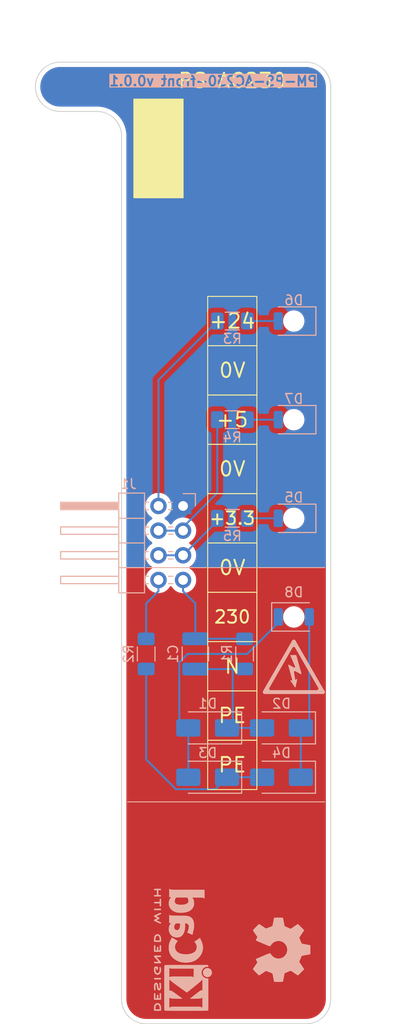
<source format=kicad_pcb>
(kicad_pcb (version 20240108) (generator "pcbnew") (generator_version "8.0")
  (title_block (title "${article} v${version}"))
  (layers (0 "F.Cu" signal) (31 "B.Cu" signal) (34 "B.Paste" user) (35 "F.Paste" user) (36 "B.SilkS" user "B.Silkscreen") (37 "F.SilkS" user "F.Silkscreen") (38 "B.Mask" user) (39 "F.Mask" user) (44 "Edge.Cuts" user))
  (property "article" "PM-PS-AC230-front")
  (property "version" "0.0.1")
  (net 0 "")
  (net 1 "+3.3V")
  (net 2 "N")
  (net 3 "GND")
  (net 4 "+5V")
  (net 5 "230V")
  (net 6 "+24V")
  (net 7 "Net-(D1-K)")
  (net 8 "Net-(D1-A)")
  (net 9 "Net-(D2-K)")
  (net 10 "Net-(D3-K)")
  (net 11 "Net-(D6-A)")
  (net 12 "Net-(D7-A)")
  (net 13 "Net-(D5-A)")
  (footprint "Connector_PinHeader_2.54mm:PinHeader_2x04_P2.54mm_Horizontal" (layer "B.Cu") (at 66.04 96.52 180)
    (property "Reference" "J1" (at 5.655 2.27 0) (layer "B.SilkS") (effects (justify mirror)))
    (property "Value" "PinHeader_02x04_P2.54_THT_angle")
    (pad "1" thru_hole rect (at 0 0 180) (size 1.7 1.7) (drill 1) (layers "*.Cu" "*.Mask") (net 3 "GND"))
    (pad "2" thru_hole oval (at 2.54 0 180) (size 1.7 1.7) (drill 1) (layers "*.Cu" "*.Mask") (net 6 "+24V"))
    (pad "3" thru_hole oval (at 0 -2.54 180) (size 1.7 1.7) (drill 1) (layers "*.Cu" "*.Mask") (net 4 "+5V"))
    (pad "4" thru_hole oval (at 2.54 -2.54 180) (size 1.7 1.7) (drill 1) (layers "*.Cu" "*.Mask") (net 4 "+5V"))
    (pad "5" thru_hole oval (at 0 -5.08 180) (size 1.7 1.7) (drill 1) (layers "*.Cu" "*.Mask") (net 1 "+3.3V"))
    (pad "6" thru_hole oval (at 2.54 -5.08 180) (size 1.7 1.7) (drill 1) (layers "*.Cu" "*.Mask") (net 1 "+3.3V"))
    (pad "7" thru_hole oval (at 0 -7.62 180) (size 1.7 1.7) (drill 1) (layers "*.Cu" "*.Mask") (net 5 "230V"))
    (pad "8" thru_hole oval (at 2.54 -7.62 180) (size 1.7 1.7) (drill 1) (layers "*.Cu" "*.Mask") (net 2 "N"))
  )
  (footprint "Resistor_SMD:R_1206_3216Metric_Pad1.30x1.75mm_HandSolder" (layer "B.Cu") (at 71.12 87.63)
    (property "Reference" "R4" (at 0 1.82 0) (layer "B.SilkS") (effects (justify mirror)))
    (property "Value" "620R")
    (pad "1" smd roundrect (at -1.55 0) (size 1.3 1.75) (layers "B.Cu" "B.Paste" "B.Mask") (roundrect_rratio 0.192308) (net 4 "+5V"))
    (pad "2" smd roundrect (at 1.55 0) (size 1.3 1.75) (layers "B.Cu" "B.Paste" "B.Mask") (roundrect_rratio 0.192308) (net 12 "Net-(D7-A)"))
  )
  (footprint "Resistor_SMD:R_1206_3216Metric_Pad1.30x1.75mm_HandSolder" (layer "B.Cu") (at 72.39 111.76 -90)
    (property "Reference" "R1" (at 0 1.82 90) (layer "B.SilkS") (effects (justify mirror)))
    (property "Value" "680k")
    (pad "1" smd roundrect (at -1.55 0 270) (size 1.3 1.75) (layers "B.Cu" "B.Paste" "B.Mask") (roundrect_rratio 0.192308) (net 5 "230V"))
    (pad "2" smd roundrect (at 1.55 0 270) (size 1.3 1.75) (layers "B.Cu" "B.Paste" "B.Mask") (roundrect_rratio 0.192308) (net 7 "Net-(D1-K)"))
  )
  (footprint "Diode_SMD:D_SMA" (layer "B.Cu") (at 68.58 119.38 180)
    (property "Reference" "D1" (at 0 2.5 0) (layer "B.SilkS") (effects (justify mirror)))
    (property "Value" "1N4007")
    (pad "1" smd roundrect (at -2 0 180) (size 2.5 1.8) (layers "B.Cu" "B.Paste" "B.Mask") (roundrect_rratio 0.1388888889) (net 7 "Net-(D1-K)"))
    (pad "2" smd roundrect (at 2 0 180) (size 2.5 1.8) (layers "B.Cu" "B.Paste" "B.Mask") (roundrect_rratio 0.1388888889) (net 8 "Net-(D1-A)"))
  )
  (footprint "kicad_inventree_lib:LED_1206_3216Metric_ReverseMount_Hole1.8x2.4mm" (layer "B.Cu") (at 77.47 97.79 180)
    (property "Reference" "D5" (at 0 2.145 0) (layer "B.SilkS") (effects (justify mirror)))
    (property "Value" "Green")
    (pad "" np_thru_hole oval (at 0 0 180) (size 1.7 1.7) (drill oval 1.7) (layers "F&B.Cu" "*.Mask"))
    (pad "1" smd roundrect (at -1.6 0 180) (size 0.95 1.8) (layers "B.Cu" "B.Paste" "B.Mask") (roundrect_rratio 0.2) (net 3 "GND"))
    (pad "2" smd roundrect (at 1.6 0 180) (size 0.95 1.8) (layers "B.Cu" "B.Paste" "B.Mask") (roundrect_rratio 0.2) (net 13 "Net-(D5-A)"))
  )
  (footprint "kicad_inventree_lib:LED_1206_3216Metric_ReverseMount_Hole1.8x2.4mm" (layer "B.Cu") (at 77.47 87.63 180)
    (property "Reference" "D7" (at 0 2.145 0) (layer "B.SilkS") (effects (justify mirror)))
    (property "Value" "Green")
    (pad "" np_thru_hole oval (at 0 0 180) (size 1.7 1.7) (drill oval 1.7) (layers "F&B.Cu" "*.Mask"))
    (pad "1" smd roundrect (at -1.6 0 180) (size 0.95 1.8) (layers "B.Cu" "B.Paste" "B.Mask") (roundrect_rratio 0.2) (net 3 "GND"))
    (pad "2" smd roundrect (at 1.6 0 180) (size 0.95 1.8) (layers "B.Cu" "B.Paste" "B.Mask") (roundrect_rratio 0.2) (net 12 "Net-(D7-A)"))
  )
  (footprint "Symbol:KiCad-Logo2_5mm_SilkScreen" (layer "B.Cu") (at 66.04 142.24 90)
    (property "Reference" "Logo_kicad" (hide yes))
    (property "Value" "KiCad-Logo2_5mm_SilkScreen" (hide yes))
  )
  (footprint "Diode_SMD:D_SMA" (layer "B.Cu") (at 68.58 124.46 180)
    (property "Reference" "D3" (at 0 2.5 0) (layer "B.SilkS") (effects (justify mirror)))
    (property "Value" "1N4007")
    (pad "1" smd roundrect (at -2 0 180) (size 2.5 1.8) (layers "B.Cu" "B.Paste" "B.Mask") (roundrect_rratio 0.1388888889) (net 10 "Net-(D3-K)"))
    (pad "2" smd roundrect (at 2 0 180) (size 2.5 1.8) (layers "B.Cu" "B.Paste" "B.Mask") (roundrect_rratio 0.1388888889) (net 8 "Net-(D1-A)"))
  )
  (footprint "Resistor_SMD:R_1206_3216Metric_Pad1.30x1.75mm_HandSolder" (layer "B.Cu") (at 71.12 97.79)
    (property "Reference" "R5" (at 0 1.82 0) (layer "B.SilkS") (effects (justify mirror)))
    (property "Value" "270")
    (pad "1" smd roundrect (at -1.55 0) (size 1.3 1.75) (layers "B.Cu" "B.Paste" "B.Mask") (roundrect_rratio 0.192308) (net 1 "+3.3V"))
    (pad "2" smd roundrect (at 1.55 0) (size 1.3 1.75) (layers "B.Cu" "B.Paste" "B.Mask") (roundrect_rratio 0.192308) (net 13 "Net-(D5-A)"))
  )
  (footprint "Diode_SMD:D_SMA" (layer "B.Cu") (at 76.2 124.46 180)
    (property "Reference" "D4" (at 0 2.5 0) (layer "B.SilkS") (effects (justify mirror)))
    (property "Value" "1N4007")
    (pad "1" smd roundrect (at -2 0 180) (size 2.5 1.8) (layers "B.Cu" "B.Paste" "B.Mask") (roundrect_rratio 0.1388888889) (net 9 "Net-(D2-K)"))
    (pad "2" smd roundrect (at 2 0 180) (size 2.5 1.8) (layers "B.Cu" "B.Paste" "B.Mask") (roundrect_rratio 0.1388888889) (net 10 "Net-(D3-K)"))
  )
  (footprint "Resistor_SMD:R_1206_3216Metric_Pad1.30x1.75mm_HandSolder" (layer "B.Cu") (at 62.23 111.76 -90)
    (property "Reference" "R2" (at 0 1.82 90) (layer "B.SilkS") (effects (justify mirror)))
    (property "Value" "100")
    (pad "1" smd roundrect (at -1.55 0 270) (size 1.3 1.75) (layers "B.Cu" "B.Paste" "B.Mask") (roundrect_rratio 0.192308) (net 2 "N"))
    (pad "2" smd roundrect (at 1.55 0 270) (size 1.3 1.75) (layers "B.Cu" "B.Paste" "B.Mask") (roundrect_rratio 0.192308) (net 10 "Net-(D3-K)"))
  )
  (footprint "kicad_inventree_lib:symbol_high_voltage" (layer "B.Cu") (at 77.47 113.03 180)
    (property "Reference" "logo_high_voltage" (hide yes))
    (property "Value" "symbol_high_voltage")
  )
  (footprint "Symbol:OSHW-Symbol_6.7x6mm_SilkScreen" (layer "B.Cu") (at 76.2 142.24 90)
    (property "Reference" "REF**" (hide yes))
    (property "Value" "OSHW-Symbol_6.7x6mm_SilkScreen" (hide yes))
  )
  (footprint "kicad_inventree_lib:LED_1206_3216Metric_ReverseMount_Hole1.8x2.4mm" (layer "B.Cu") (at 77.47 107.95)
    (property "Reference" "D8" (at 0 -2.54 0) (layer "B.SilkS") (effects (justify mirror)))
    (property "Value" "Green")
    (pad "" np_thru_hole oval (at 0 0) (size 1.7 1.7) (drill oval 1.7) (layers "F&B.Cu" "*.Mask"))
    (pad "1" smd roundrect (at -1.6 0) (size 0.95 1.8) (layers "B.Cu" "B.Paste" "B.Mask") (roundrect_rratio 0.2) (net 8 "Net-(D1-A)"))
    (pad "2" smd roundrect (at 1.6 0) (size 0.95 1.8) (layers "B.Cu" "B.Paste" "B.Mask") (roundrect_rratio 0.2) (net 9 "Net-(D2-K)"))
  )
  (footprint "Resistor_SMD:R_1206_3216Metric_Pad1.30x1.75mm_HandSolder" (layer "B.Cu") (at 71.12 77.47)
    (property "Reference" "R3" (at 0 1.82 0) (layer "B.SilkS") (effects (justify mirror)))
    (property "Value" "4k7")
    (pad "1" smd roundrect (at -1.55 0) (size 1.3 1.75) (layers "B.Cu" "B.Paste" "B.Mask") (roundrect_rratio 0.192308) (net 6 "+24V"))
    (pad "2" smd roundrect (at 1.55 0) (size 1.3 1.75) (layers "B.Cu" "B.Paste" "B.Mask") (roundrect_rratio 0.192308) (net 11 "Net-(D6-A)"))
  )
  (footprint "Diode_SMD:D_SMA" (layer "B.Cu") (at 76.2 119.38 180)
    (property "Reference" "D2" (at 0 2.5 0) (layer "B.SilkS") (effects (justify mirror)))
    (property "Value" "1N4007")
    (pad "1" smd roundrect (at -2 0 180) (size 2.5 1.8) (layers "B.Cu" "B.Paste" "B.Mask") (roundrect_rratio 0.1388888889) (net 9 "Net-(D2-K)"))
    (pad "2" smd roundrect (at 2 0 180) (size 2.5 1.8) (layers "B.Cu" "B.Paste" "B.Mask") (roundrect_rratio 0.1388888889) (net 7 "Net-(D1-K)"))
  )
  (footprint "Capacitor_SMD:C_1210_3225Metric_Pad1.33x2.70mm_HandSolder" (layer "B.Cu") (at 67.31 111.76 -90)
    (property "Reference" "C1" (at 0 2.3 90) (layer "B.SilkS") (effects (justify mirror)))
    (property "Value" "68nF 500V")
    (pad "1" smd roundrect (at -1.5625 0 270) (size 1.325 2.7) (layers "B.Cu" "B.Paste" "B.Mask") (roundrect_rratio 0.188679) (net 5 "230V"))
    (pad "2" smd roundrect (at 1.5625 0 270) (size 1.325 2.7) (layers "B.Cu" "B.Paste" "B.Mask") (roundrect_rratio 0.188679) (net 7 "Net-(D1-K)"))
  )
  (footprint "kicad_inventree_lib:LED_1206_3216Metric_ReverseMount_Hole1.8x2.4mm" (layer "B.Cu") (at 77.47 77.47 180)
    (property "Reference" "D6" (at 0 2.145 0) (layer "B.SilkS") (effects (justify mirror)))
    (property "Value" "Green")
    (pad "" np_thru_hole oval (at 0 0 180) (size 1.7 1.7) (drill oval 1.7) (layers "F&B.Cu" "*.Mask"))
    (pad "1" smd roundrect (at -1.6 0 180) (size 0.95 1.8) (layers "B.Cu" "B.Paste" "B.Mask") (roundrect_rratio 0.2) (net 3 "GND"))
    (pad "2" smd roundrect (at 1.6 0 180) (size 0.95 1.8) (layers "B.Cu" "B.Paste" "B.Mask") (roundrect_rratio 0.2) (net 11 "Net-(D6-A)"))
  )
  (gr_line (start 80.645 127) (end 60.325 127) (stroke (width 0.1)) (layer "B.SilkS"))
  (gr_line (start 80.645 102.87) (end 62.23 102.87) (stroke (width 0.1)) (layer "B.SilkS"))
  (gr_rect (start 68.58 95.25) (end 73.66 100.33) (stroke (width 0.1)) (fill none) (layer "F.SilkS"))
  (gr_rect (start 68.58 74.93) (end 73.66 80.01) (stroke (width 0.1)) (fill none) (layer "F.SilkS"))
  (gr_rect (start 68.58 80.01) (end 73.66 85.09) (stroke (width 0.1)) (fill none) (layer "F.SilkS"))
  (gr_rect (start 68.58 110.49) (end 73.66 115.57) (stroke (width 0.1)) (fill none) (layer "F.SilkS"))
  (gr_rect (start 68.58 115.57) (end 73.66 120.65) (stroke (width 0.1)) (fill none) (layer "F.SilkS"))
  (gr_rect (start 68.58 120.65) (end 73.66 125.73) (stroke (width 0.1)) (fill none) (layer "F.SilkS"))
  (gr_rect (start 68.58 100.33) (end 73.66 105.41) (stroke (width 0.1)) (fill none) (layer "F.SilkS"))
  (gr_rect (start 68.58 105.41) (end 73.66 110.49) (stroke (width 0.1)) (fill none) (layer "F.SilkS"))
  (gr_rect (start 68.58 85.09) (end 73.66 90.17) (stroke (width 0.1)) (fill none) (layer "F.SilkS"))
  (gr_rect (start 60.96 54.61) (end 66.04 64.77) (stroke (width 0.1)) (fill solid) (layer "F.SilkS"))
  (gr_rect (start 68.58 90.17) (end 73.66 95.25) (stroke (width 0.1)) (fill none) (layer "F.SilkS"))
  (gr_line (start 53.34 55.88) (end 57.15 55.88) (stroke (width 0.1)) (layer "Edge.Cuts"))
  (gr_line (start 53.34 50.8) (end 78.74 50.8) (stroke (width 0.1)) (layer "Edge.Cuts"))
  (gr_line (start 59.69 58.42) (end 59.69 147.32) (stroke (width 0.1)) (layer "Edge.Cuts"))
  (gr_arc (start 62.23 149.86) (mid 60.433949 149.116051) (end 59.69 147.32) (stroke (width 0.1)) (layer "Edge.Cuts"))
  (gr_arc (start 50.8 53.34) (mid 51.543949 51.543949) (end 53.34 50.8) (stroke (width 0.1)) (layer "Edge.Cuts"))
  (gr_arc (start 81.28 147.32) (mid 80.536051 149.116051) (end 78.74 149.86) (stroke (width 0.1)) (layer "Edge.Cuts"))
  (gr_arc (start 78.74 50.8) (mid 80.536051 51.543949) (end 81.28 53.34) (stroke (width 0.1)) (layer "Edge.Cuts"))
  (gr_line (start 81.28 53.34) (end 81.28 147.32) (stroke (width 0.1)) (layer "Edge.Cuts"))
  (gr_arc (start 53.34 55.88) (mid 51.543949 55.136051) (end 50.8 53.34) (stroke (width 0.1)) (layer "Edge.Cuts"))
  (gr_arc (start 57.15 55.88) (mid 58.946051 56.623949) (end 59.69 58.42) (stroke (width 0.1)) (layer "Edge.Cuts"))
  (gr_line (start 62.23 149.86) (end 78.74 149.86) (stroke (width 0.1)) (layer "Edge.Cuts"))
  (gr_text "${article} v${version}" (at 80.01 53.34 0) (layer "B.SilkS" knockout) (effects (font (size 1 1) (thickness 0.2) (bold yes)) (justify left bottom mirror)))
  (gr_text "0V" (at 71.12 102.87 0) (layer "F.SilkS") (effects (font (size 1.5 1.5) (thickness 0.2))))
  (gr_text "+24" (at 71.12 77.47 0) (layer "F.SilkS") (effects (font (size 1.5 1.5) (thickness 0.2))))
  (gr_text "PE" (at 71.12 123.19 0) (layer "F.SilkS") (effects (font (size 1.5 1.5) (thickness 0.2))))
  (gr_text "+5" (at 71.12 87.63 0) (layer "F.SilkS") (effects (font (size 1.5 1.5) (thickness 0.2))))
  (gr_text "N" (at 71.12 113.03 0) (layer "F.SilkS") (effects (font (size 1.5 1.5) (thickness 0.2))))
  (gr_text "+3.3" (at 71.12 97.79 0) (layer "F.SilkS") (effects (font (size 1.3 1.3) (thickness 0.2))))
  (gr_text "230" (at 71.12 107.95 0) (layer "F.SilkS") (effects (font (size 1.3 1.3) (thickness 0.2))))
  (gr_text "0V" (at 71.12 92.71 0) (layer "F.SilkS") (effects (font (size 1.5 1.5) (thickness 0.2))))
  (gr_text "PE" (at 71.12 118.11 0) (layer "F.SilkS") (effects (font (size 1.5 1.5) (thickness 0.2))))
  (gr_text "0V" (at 71.12 82.55 0) (layer "F.SilkS") (effects (font (size 1.5 1.5) (thickness 0.2))))
  (gr_text "PS AC230" (at 71.12 52.705 0) (layer "F.SilkS") (effects (font (size 1.5 1.5) (thickness 0.2))))
  (segment (start 69.57 98.07) (end 69.57 97.79) (width 0.2) (layer "B.Cu") (net 1))
  (segment (start 66.04 101.6) (end 69.57 98.07) (width 0.2) (layer "B.Cu") (net 1))
  (segment (start 63.5 101.6) (end 66.04 101.6) (width 0.2) (layer "B.Cu") (net 1))
  (segment (start 63.5 105.2917) (end 62.23 106.5617) (width 0.2) (layer "B.Cu") (net 2))
  (segment (start 63.5 104.14) (end 63.5 105.2917) (width 0.2) (layer "B.Cu") (net 2))
  (segment (start 62.23 106.5617) (end 62.23 110.21) (width 0.2) (layer "B.Cu") (net 2))
  (segment (start 66.04 99.06) (end 66.04 98.7001) (width 0.2) (layer "B.Cu") (net 4))
  (segment (start 69.57 95.1701) (end 69.57 87.63) (width 0.2) (layer "B.Cu") (net 4))
  (segment (start 66.04 98.7001) (end 69.57 95.1701) (width 0.2) (layer "B.Cu") (net 4))
  (segment (start 63.5 99.06) (end 66.04 99.06) (width 0.2) (layer "B.Cu") (net 4))
  (segment (start 66.04 105.2917) (end 67.31 106.5617) (width 0.2) (layer "B.Cu") (net 5))
  (segment (start 67.31 110.1975) (end 72.3775 110.1975) (width 0.2) (layer "B.Cu") (net 5))
  (segment (start 67.31 106.5617) (end 67.31 110.1975) (width 0.2) (layer "B.Cu") (net 5))
  (segment (start 66.04 104.14) (end 66.04 105.2917) (width 0.2) (layer "B.Cu") (net 5))
  (segment (start 72.3775 110.1975) (end 72.39 110.21) (width 0.2) (layer "B.Cu") (net 5))
  (segment (start 63.5 83.54) (end 69.57 77.47) (width 0.2) (layer "B.Cu") (net 6))
  (segment (start 63.5 96.52) (end 63.5 83.54) (width 0.2) (layer "B.Cu") (net 6))
  (segment (start 74.2 119.38) (end 71.1634 119.38) (width 0.2) (layer "B.Cu") (net 7))
  (segment (start 71.1634 119.38) (end 70.58 119.38) (width 0.2) (layer "B.Cu") (net 7))
  (segment (start 71.1634 119.38) (end 71.1634 113.3225) (width 0.2) (layer "B.Cu") (net 7))
  (segment (start 72.3775 113.3225) (end 72.39 113.31) (width 0.2) (layer "B.Cu") (net 7))
  (segment (start 67.31 113.3225) (end 71.1634 113.3225) (width 0.2) (layer "B.Cu") (net 7))
  (segment (start 71.1634 113.3225) (end 72.3775 113.3225) (width 0.2) (layer "B.Cu") (net 7))
  (segment (start 66.58 124.46) (end 66.58 119.38) (width 0.2) (layer "B.Cu") (net 8))
  (segment (start 75.87 107.95) (end 75.87 108.5499) (width 0.2) (layer "B.Cu") (net 8))
  (segment (start 75.87 108.5499) (end 72.6599 111.76) (width 0.2) (layer "B.Cu") (net 8))
  (segment (start 65.6543 112.6203) (end 65.6543 118.4543) (width 0.2) (layer "B.Cu") (net 8))
  (segment (start 65.6543 118.4543) (end 66.58 119.38) (width 0.2) (layer "B.Cu") (net 8))
  (segment (start 72.6599 111.76) (end 66.5146 111.76) (width 0.2) (layer "B.Cu") (net 8))
  (segment (start 66.5146 111.76) (end 65.6543 112.6203) (width 0.2) (layer "B.Cu") (net 8))
  (segment (start 79.07 107.95) (end 79.07 118.51) (width 0.2) (layer "B.Cu") (net 9))
  (segment (start 78.2 119.38) (end 78.2 124.46) (width 0.2) (layer "B.Cu") (net 9))
  (segment (start 79.07 118.51) (end 78.2 119.38) (width 0.2) (layer "B.Cu") (net 9))
  (segment (start 65.3022 125.696) (end 62.23 122.6238) (width 0.2) (layer "B.Cu") (net 10))
  (segment (start 69.344 125.696) (end 65.3022 125.696) (width 0.2) (layer "B.Cu") (net 10))
  (segment (start 62.23 122.6238) (end 62.23 113.31) (width 0.2) (layer "B.Cu") (net 10))
  (segment (start 74.2 124.46) (end 70.58 124.46) (width 0.2) (layer "B.Cu") (net 10))
  (segment (start 70.58 124.46) (end 69.344 125.696) (width 0.2) (layer "B.Cu") (net 10))
  (segment (start 75.87 77.47) (end 72.67 77.47) (width 0.2) (layer "B.Cu") (net 11))
  (segment (start 75.87 87.63) (end 72.67 87.63) (width 0.2) (layer "B.Cu") (net 12))
  (segment (start 75.87 97.79) (end 72.67 97.79) (width 0.2) (layer "B.Cu") (net 13))
  (zone (net 3) (net_name "GND") (layer "F.Cu") (connect_pads yes (clearance 0.5)) (min_thickness 0.25) (fill yes (thermal_gap 0.5) (thermal_bridge_width 0.5))
    (polygon (pts (xy 50.8 50.8) (xy 81.28 50.8) (xy 81.28 149.86) (xy 50.8 149.86)))
  )
  (zone (net 3) (net_name "GND") (layer "B.Cu") (connect_pads yes (clearance 0.5)) (min_thickness 0.25) (fill yes (thermal_gap 0.5) (thermal_bridge_width 0.5))
    (polygon (pts (xy 81.28 50.8) (xy 50.8 50.8) (xy 50.8 102.87) (xy 81.28 102.87)))
  )
)
</source>
